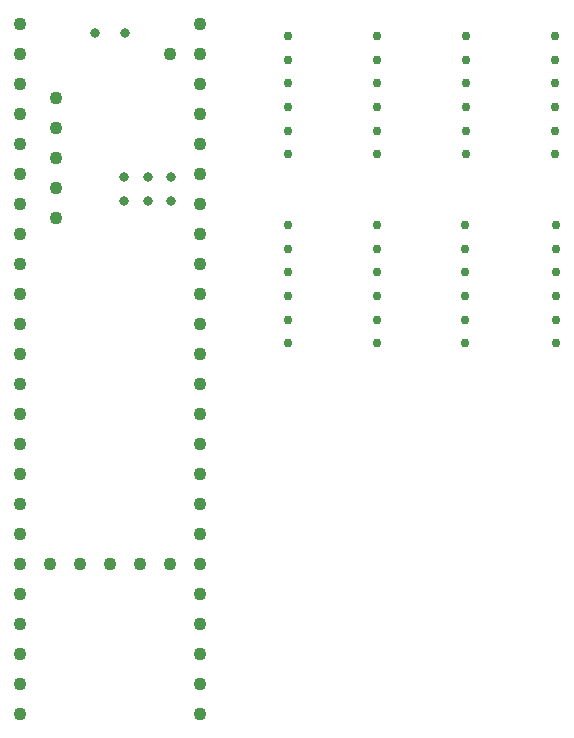
<source format=gbr>
%TF.GenerationSoftware,KiCad,Pcbnew,9.0.4*%
%TF.CreationDate,2025-09-16T15:40:17-04:00*%
%TF.ProjectId,mic,6d69632e-6b69-4636-9164-5f7063625858,rev?*%
%TF.SameCoordinates,Original*%
%TF.FileFunction,Plated,1,4,PTH,Drill*%
%TF.FilePolarity,Positive*%
%FSLAX46Y46*%
G04 Gerber Fmt 4.6, Leading zero omitted, Abs format (unit mm)*
G04 Created by KiCad (PCBNEW 9.0.4) date 2025-09-16 15:40:17*
%MOMM*%
%LPD*%
G01*
G04 APERTURE LIST*
%TA.AperFunction,ComponentDrill*%
%ADD10C,0.750000*%
%TD*%
%TA.AperFunction,ComponentDrill*%
%ADD11C,0.800000*%
%TD*%
%TA.AperFunction,ComponentDrill*%
%ADD12C,1.100000*%
%TD*%
G04 APERTURE END LIST*
D10*
%TO.C,1R*%
X206000000Y-35000000D03*
X206000000Y-37000000D03*
X206000000Y-39000000D03*
X206000000Y-41000000D03*
X206000000Y-43000000D03*
X206000000Y-45000000D03*
%TO.C,1L*%
X206000000Y-51000000D03*
X206000000Y-53000000D03*
X206000000Y-55000000D03*
X206000000Y-57000000D03*
X206000000Y-59000000D03*
X206000000Y-61000000D03*
%TO.C,2R*%
X213500000Y-35000000D03*
X213500000Y-37000000D03*
X213500000Y-39000000D03*
X213500000Y-41000000D03*
X213500000Y-43000000D03*
X213500000Y-45000000D03*
%TO.C,2L*%
X213500000Y-51000000D03*
X213500000Y-53000000D03*
X213500000Y-55000000D03*
X213500000Y-57000000D03*
X213500000Y-59000000D03*
X213500000Y-61000000D03*
%TO.C,3L*%
X221000000Y-51000000D03*
X221000000Y-53000000D03*
X221000000Y-55000000D03*
X221000000Y-57000000D03*
X221000000Y-59000000D03*
X221000000Y-61000000D03*
%TO.C,3R*%
X221050000Y-35000000D03*
X221050000Y-37000000D03*
X221050000Y-39000000D03*
X221050000Y-41000000D03*
X221050000Y-43000000D03*
X221050000Y-45000000D03*
%TO.C,4R*%
X228600000Y-35000000D03*
X228600000Y-37000000D03*
X228600000Y-39000000D03*
X228600000Y-41000000D03*
X228600000Y-43000000D03*
X228600000Y-45000000D03*
%TO.C,4L*%
X228650000Y-51000000D03*
X228650000Y-53000000D03*
X228650000Y-55000000D03*
X228650000Y-57000000D03*
X228650000Y-59000000D03*
X228650000Y-61000000D03*
D11*
%TO.C,Teensy 4.1*%
X189650000Y-34690000D03*
X192101600Y-46930000D03*
X192101600Y-48930000D03*
X192190000Y-34690000D03*
X194101600Y-46930000D03*
X194101600Y-48930000D03*
X196101600Y-46930000D03*
X196101600Y-48930000D03*
D12*
X183300000Y-33960000D03*
X183300000Y-36500000D03*
X183300000Y-39040000D03*
X183300000Y-41580000D03*
X183300000Y-44120000D03*
X183300000Y-46660000D03*
X183300000Y-49200000D03*
X183300000Y-51740000D03*
X183300000Y-54280000D03*
X183300000Y-56820000D03*
X183300000Y-59360000D03*
X183300000Y-61900000D03*
X183300000Y-64440000D03*
X183300000Y-66980000D03*
X183300000Y-69520000D03*
X183300000Y-72060000D03*
X183300000Y-74600000D03*
X183300000Y-77140000D03*
X183300000Y-79680000D03*
X183300000Y-82220000D03*
X183300000Y-84760000D03*
X183300000Y-87300000D03*
X183300000Y-89840000D03*
X183300000Y-92380000D03*
X185840000Y-79680000D03*
X186350800Y-40259200D03*
X186350800Y-42799200D03*
X186350800Y-45339200D03*
X186350800Y-47879200D03*
X186350800Y-50419200D03*
X188380000Y-79680000D03*
X190920000Y-79680000D03*
X193460000Y-79680000D03*
X196000000Y-36500000D03*
X196000000Y-79680000D03*
X198540000Y-33960000D03*
X198540000Y-36500000D03*
X198540000Y-39040000D03*
X198540000Y-41580000D03*
X198540000Y-44120000D03*
X198540000Y-46660000D03*
X198540000Y-49200000D03*
X198540000Y-51740000D03*
X198540000Y-54280000D03*
X198540000Y-56820000D03*
X198540000Y-59360000D03*
X198540000Y-61900000D03*
X198540000Y-64440000D03*
X198540000Y-66980000D03*
X198540000Y-69520000D03*
X198540000Y-72060000D03*
X198540000Y-74600000D03*
X198540000Y-77140000D03*
X198540000Y-79680000D03*
X198540000Y-82220000D03*
X198540000Y-84760000D03*
X198540000Y-87300000D03*
X198540000Y-89840000D03*
X198540000Y-92380000D03*
M02*

</source>
